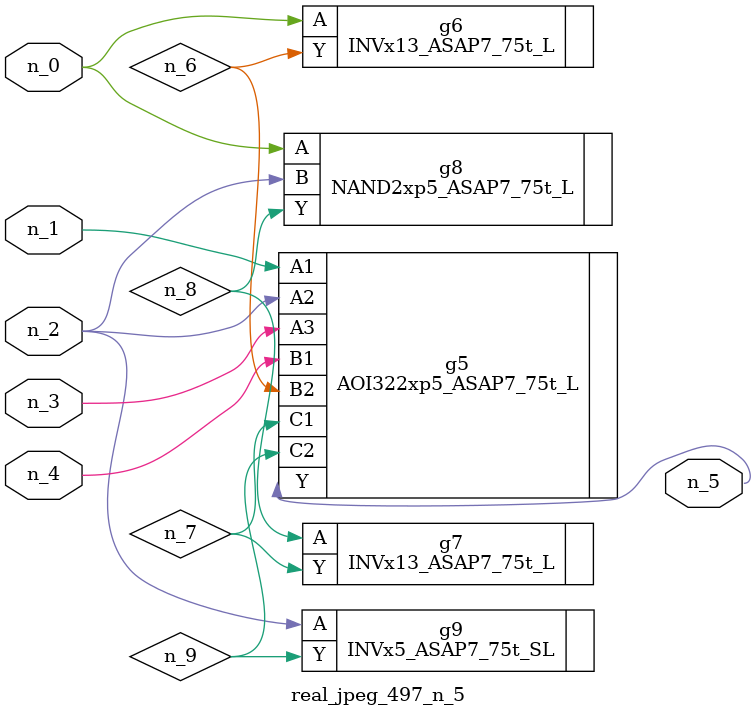
<source format=v>
module real_jpeg_497_n_5 (n_4, n_0, n_1, n_2, n_3, n_5);

input n_4;
input n_0;
input n_1;
input n_2;
input n_3;

output n_5;

wire n_8;
wire n_6;
wire n_7;
wire n_9;

INVx13_ASAP7_75t_L g6 ( 
.A(n_0),
.Y(n_6)
);

NAND2xp5_ASAP7_75t_L g8 ( 
.A(n_0),
.B(n_2),
.Y(n_8)
);

AOI322xp5_ASAP7_75t_L g5 ( 
.A1(n_1),
.A2(n_2),
.A3(n_3),
.B1(n_4),
.B2(n_6),
.C1(n_7),
.C2(n_9),
.Y(n_5)
);

INVx5_ASAP7_75t_SL g9 ( 
.A(n_2),
.Y(n_9)
);

INVx13_ASAP7_75t_L g7 ( 
.A(n_8),
.Y(n_7)
);


endmodule
</source>
